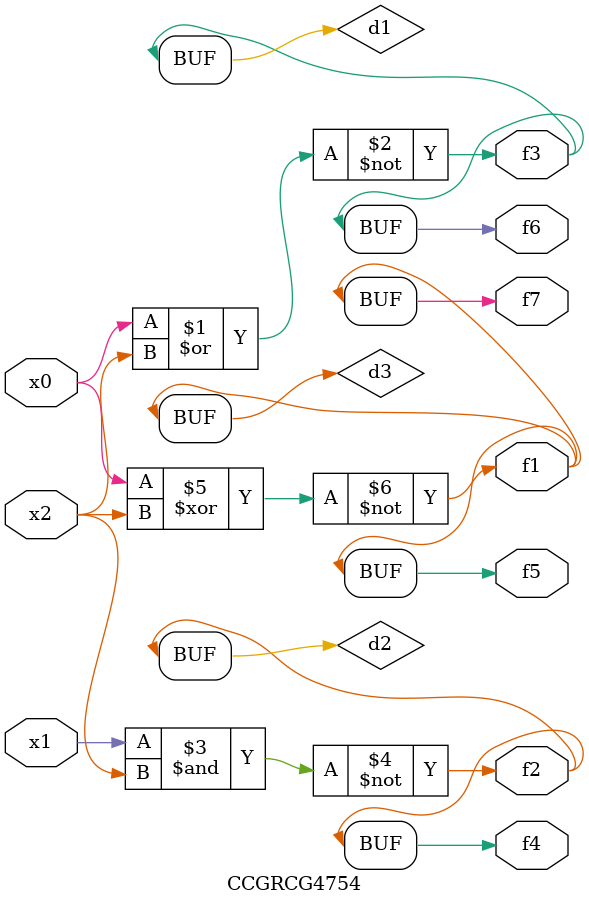
<source format=v>
module CCGRCG4754(
	input x0, x1, x2,
	output f1, f2, f3, f4, f5, f6, f7
);

	wire d1, d2, d3;

	nor (d1, x0, x2);
	nand (d2, x1, x2);
	xnor (d3, x0, x2);
	assign f1 = d3;
	assign f2 = d2;
	assign f3 = d1;
	assign f4 = d2;
	assign f5 = d3;
	assign f6 = d1;
	assign f7 = d3;
endmodule

</source>
